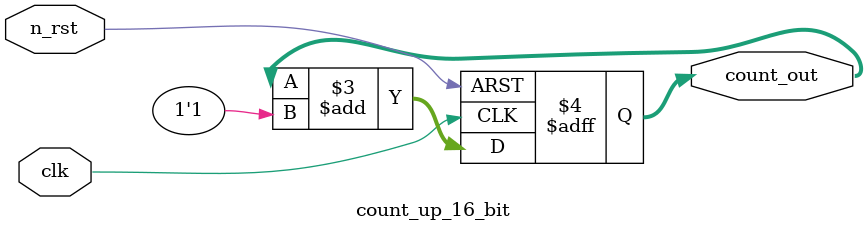
<source format=v>
module count_up_16_bit
    (
        input wire clk, n_rst,
        output reg [15:0] count_out
    );

    always @(posedge clk or negedge n_rst) begin
        if (n_rst == 1'b0) begin
            count_out = 16'h0000;
        end else begin
            count_out <= count_out + 1'b1;
        end
    end


endmodule
</source>
